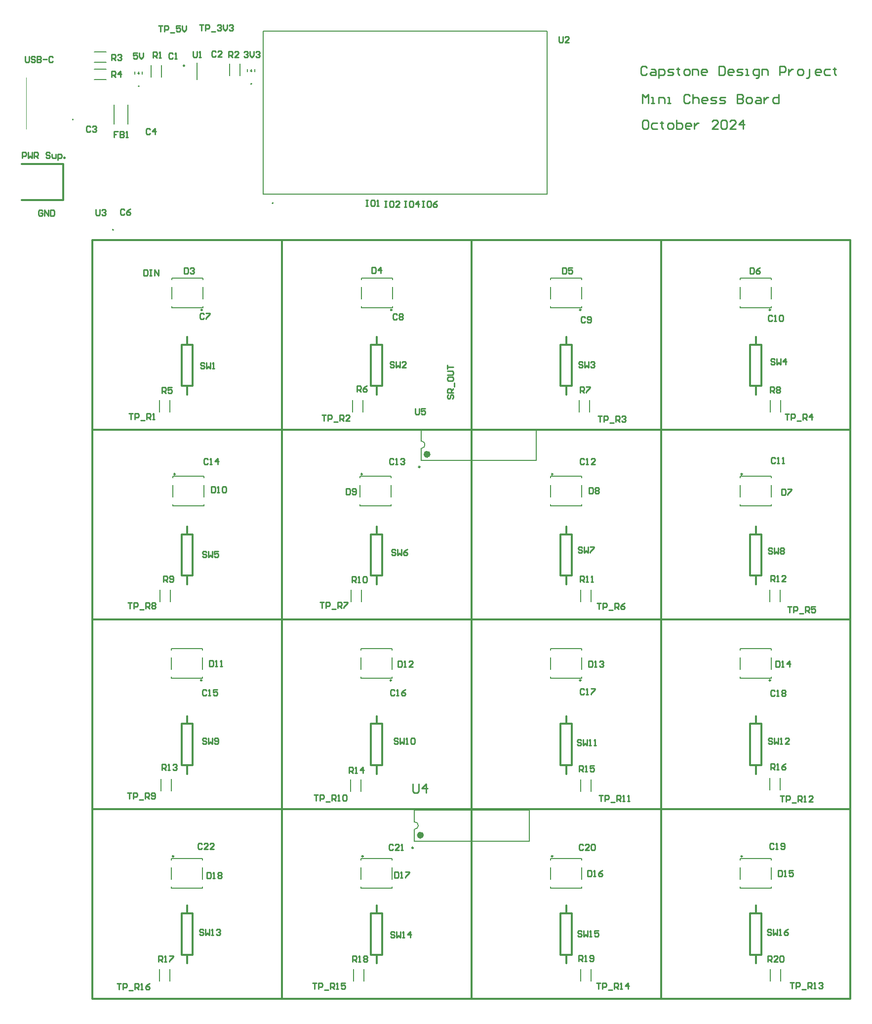
<source format=gbr>
%TF.GenerationSoftware,Altium Limited,Altium Designer,24.7.2 (38)*%
G04 Layer_Color=65535*
%FSLAX45Y45*%
%MOMM*%
%TF.SameCoordinates,74662405-AD21-4814-813C-A76D1C426129*%
%TF.FilePolarity,Positive*%
%TF.FileFunction,Legend,Top*%
%TF.Part,Single*%
G01*
G75*
%TA.AperFunction,NonConductor*%
%ADD35C,0.60000*%
%ADD36C,0.25000*%
%ADD37C,0.20000*%
%ADD38C,0.24000*%
%ADD39C,0.12700*%
%ADD40C,0.10000*%
%ADD41C,0.30000*%
%ADD42C,0.30480*%
%ADD43C,0.25400*%
D35*
X10168600Y9931500D02*
G03*
X10168600Y9931500I-30000J0D01*
G01*
X10054300Y3403700D02*
G03*
X10054300Y3403700I-30000J0D01*
G01*
D36*
X10017100Y9715500D02*
G03*
X10017100Y9715500I-12500J0D01*
G01*
X9902800Y3187700D02*
G03*
X9902800Y3187700I-12500J0D01*
G01*
X5983018Y16592300D02*
G03*
X5983018Y16592300I-12500J0D01*
G01*
D37*
X10038600Y10033000D02*
G03*
X10038600Y10160000I0J63500D01*
G01*
X4055300Y15668581D02*
G03*
X4075300Y15668581I10000J0D01*
G01*
D02*
G03*
X4055300Y15668581I-10000J0D01*
G01*
X7501700Y14236099D02*
G03*
X7501700Y14236099I-10000J0D01*
G01*
X4762980Y13777380D02*
G03*
X4762980Y13777380I-10000J0D01*
G01*
X9924300Y3505200D02*
G03*
X9924300Y3632200I0J63500D01*
G01*
X7134700Y16280000D02*
G03*
X7134700Y16280000I-10000J0D01*
G01*
X5204300Y16241901D02*
G03*
X5204300Y16241901I-10000J0D01*
G01*
X12008600Y9831500D02*
Y10361500D01*
X10038600Y10160000D02*
Y10361500D01*
Y9831500D02*
Y10033000D01*
Y10361500D02*
X12008600D01*
X10038600Y9831500D02*
X12008600D01*
X9924300Y3303700D02*
X11894300D01*
X9924300Y3833700D02*
X11894300D01*
X9924300Y3303700D02*
Y3505200D01*
Y3632200D02*
Y3833700D01*
X11894300Y3303700D02*
Y3833700D01*
X6191082Y16352299D02*
Y16642300D01*
X6190574Y16352299D02*
X6191082D01*
X6190574D02*
Y16642300D01*
X6191082D01*
X5007310Y15595390D02*
Y15926010D01*
X4771690Y15595390D02*
Y15926010D01*
D38*
X6278300Y6057900D02*
G03*
X6278300Y6057900I-12000J0D01*
G01*
X5795700Y3042100D02*
G03*
X5795700Y3042100I-12000J0D01*
G01*
X5819600Y9592100D02*
G03*
X5819600Y9592100I-12000J0D01*
G01*
X9029000D02*
G03*
X9029000Y9592100I-12000J0D01*
G01*
X12295700D02*
G03*
X12295700Y9592100I-12000J0D01*
G01*
X15545700D02*
G03*
X15545700Y9592100I-12000J0D01*
G01*
X9045700Y3042100D02*
G03*
X9045700Y3042100I-12000J0D01*
G01*
X12295700D02*
G03*
X12295700Y3042100I-12000J0D01*
G01*
X15545700D02*
G03*
X15545700Y3042100I-12000J0D01*
G01*
X16028300Y6057900D02*
G03*
X16028300Y6057900I-12000J0D01*
G01*
X12778300D02*
G03*
X12778300Y6057900I-12000J0D01*
G01*
X9528300D02*
G03*
X9528300Y6057900I-12000J0D01*
G01*
X16028300Y12407900D02*
G03*
X16028300Y12407900I-12000J0D01*
G01*
X12778300D02*
G03*
X12778300Y12407900I-12000J0D01*
G01*
X9537000D02*
G03*
X9537000Y12407900I-12000J0D01*
G01*
X6285800D02*
G03*
X6285800Y12407900I-12000J0D01*
G01*
D39*
X5562500Y7405700D02*
Y7605700D01*
X5740500Y7405700D02*
Y7605700D01*
X8839100Y7405700D02*
Y7605700D01*
X9017100Y7405700D02*
Y7605700D01*
X16027299Y10656900D02*
Y10856900D01*
X16205299Y10656900D02*
Y10856900D01*
X8864500Y10656900D02*
Y10856900D01*
X9042500Y10656900D02*
Y10856900D01*
X5549800Y10656900D02*
Y10856900D01*
X5727800Y10656900D02*
Y10856900D01*
X7333200Y17180560D02*
X7333200Y14391100D01*
X7333200Y17181100D02*
X12201700Y17181100D01*
Y14391100D02*
Y17181100D01*
X7333200Y14391100D02*
X12201700Y14391100D01*
X5758300Y6578600D02*
Y6604000D01*
X6291700Y6248400D02*
Y6451600D01*
Y6096000D02*
Y6121400D01*
X5758300Y6096000D02*
X6291700D01*
X5758300D02*
Y6121400D01*
Y6248400D02*
Y6451600D01*
Y6604000D02*
X6291700D01*
Y6578600D02*
Y6604000D01*
X6934300Y16422701D02*
Y16622701D01*
X6756300Y16422701D02*
Y16622701D01*
X5758300Y2496000D02*
Y2521400D01*
Y2496000D02*
X6291700D01*
Y2648400D02*
Y2851600D01*
Y2978600D02*
Y3004000D01*
X5758300D02*
X6291700D01*
X5758300Y2978600D02*
Y3004000D01*
Y2648400D02*
Y2851600D01*
X6291700Y2496000D02*
Y2521400D01*
X5782200Y9046000D02*
Y9071400D01*
Y9046000D02*
X6315600D01*
Y9198400D02*
Y9401600D01*
Y9528600D02*
Y9554000D01*
X5782200D02*
X6315600D01*
X5782200Y9528600D02*
Y9554000D01*
Y9198400D02*
Y9401600D01*
X6315600Y9046000D02*
Y9071400D01*
X8991600Y9046000D02*
Y9071400D01*
Y9046000D02*
X9525000D01*
Y9198400D02*
Y9401600D01*
Y9528600D02*
Y9554000D01*
X8991600D02*
X9525000D01*
X8991600Y9528600D02*
Y9554000D01*
Y9198400D02*
Y9401600D01*
X9525000Y9046000D02*
Y9071400D01*
X12258300Y9046000D02*
Y9071400D01*
Y9046000D02*
X12791700D01*
Y9198400D02*
Y9401600D01*
Y9528600D02*
Y9554000D01*
X12258300D02*
X12791700D01*
X12258300Y9528600D02*
Y9554000D01*
Y9198400D02*
Y9401600D01*
X12791700Y9046000D02*
Y9071400D01*
X15508299Y9046000D02*
Y9071400D01*
Y9046000D02*
X16041701D01*
Y9198400D02*
Y9401600D01*
Y9528600D02*
Y9554000D01*
X15508299D02*
X16041701D01*
X15508299Y9528600D02*
Y9554000D01*
Y9198400D02*
Y9401600D01*
X16041701Y9046000D02*
Y9071400D01*
X9008300Y2496000D02*
Y2521400D01*
Y2496000D02*
X9541700D01*
Y2648400D02*
Y2851600D01*
Y2978600D02*
Y3004000D01*
X9008300D02*
X9541700D01*
X9008300Y2978600D02*
Y3004000D01*
Y2648400D02*
Y2851600D01*
X9541700Y2496000D02*
Y2521400D01*
X12258300Y2496000D02*
Y2521400D01*
Y2496000D02*
X12791700D01*
Y2648400D02*
Y2851600D01*
Y2978600D02*
Y3004000D01*
X12258300D02*
X12791700D01*
X12258300Y2978600D02*
Y3004000D01*
Y2648400D02*
Y2851600D01*
X12791700Y2496000D02*
Y2521400D01*
X15508299Y2496000D02*
Y2521400D01*
Y2496000D02*
X16041701D01*
Y2648400D02*
Y2851600D01*
Y2978600D02*
Y3004000D01*
X15508299D02*
X16041701D01*
X15508299Y2978600D02*
Y3004000D01*
Y2648400D02*
Y2851600D01*
X16041701Y2496000D02*
Y2521400D01*
Y6578600D02*
Y6604000D01*
X15508299D02*
X16041701D01*
X15508299Y6248400D02*
Y6451600D01*
Y6096000D02*
Y6121400D01*
Y6096000D02*
X16041701D01*
Y6121400D01*
Y6248400D02*
Y6451600D01*
X15508299Y6578600D02*
Y6604000D01*
X12791700Y6578600D02*
Y6604000D01*
X12258300D02*
X12791700D01*
X12258300Y6248400D02*
Y6451600D01*
Y6096000D02*
Y6121400D01*
Y6096000D02*
X12791700D01*
Y6121400D01*
Y6248400D02*
Y6451600D01*
X12258300Y6578600D02*
Y6604000D01*
X9541700Y6578600D02*
Y6604000D01*
X9008300D02*
X9541700D01*
X9008300Y6248400D02*
Y6451600D01*
Y6096000D02*
Y6121400D01*
Y6096000D02*
X9541700D01*
Y6121400D01*
Y6248400D02*
Y6451600D01*
X9008300Y6578600D02*
Y6604000D01*
X16041701Y12928600D02*
Y12953999D01*
X15508299D02*
X16041701D01*
X15508299Y12598400D02*
Y12801601D01*
Y12446000D02*
Y12471400D01*
Y12446000D02*
X16041701D01*
Y12471400D01*
Y12598400D02*
Y12801601D01*
X15508299Y12928600D02*
Y12953999D01*
X12791700Y12928600D02*
Y12953999D01*
X12258300D02*
X12791700D01*
X12258300Y12598400D02*
Y12801601D01*
Y12446000D02*
Y12471400D01*
Y12446000D02*
X12791700D01*
Y12471400D01*
Y12598400D02*
Y12801601D01*
X12258300Y12928600D02*
Y12953999D01*
X9550400Y12928600D02*
Y12953999D01*
X9017000D02*
X9550400D01*
X9017000Y12598400D02*
Y12801601D01*
Y12446000D02*
Y12471400D01*
Y12446000D02*
X9550400D01*
Y12471400D01*
Y12598400D02*
Y12801601D01*
X9017000Y12928600D02*
Y12953999D01*
X6299200Y12928600D02*
Y12953999D01*
X5765800D02*
X6299200D01*
X5765800Y12598400D02*
Y12801601D01*
Y12446000D02*
Y12471400D01*
Y12446000D02*
X6299200D01*
Y12471400D01*
Y12598400D02*
Y12801601D01*
X5765800Y12928600D02*
Y12953999D01*
X7062200Y16487000D02*
Y16533000D01*
X7187200Y16487000D02*
Y16533000D01*
X7124700Y16487000D02*
Y16533000D01*
X7106739Y16504961D02*
X7124700Y16487000D01*
X7142661Y16504961D01*
X5131800Y16448900D02*
Y16494901D01*
X5256800Y16448900D02*
Y16494901D01*
X5194300Y16448900D02*
Y16494901D01*
X5176339Y16466861D02*
X5194300Y16448900D01*
X5212261Y16466861D01*
X5410100Y16397301D02*
Y16597301D01*
X5588100Y16397301D02*
Y16597301D01*
X9004400Y4154500D02*
Y4354500D01*
X8826400Y4154500D02*
Y4354500D01*
X5727800Y903300D02*
Y1103300D01*
X5549800Y903300D02*
Y1103300D01*
X9055200Y903300D02*
Y1103300D01*
X8877200Y903300D02*
Y1103300D01*
X12954100Y903300D02*
Y1103300D01*
X12776100Y903300D02*
Y1103300D01*
X12954100Y4154500D02*
Y4354500D01*
X12776100Y4154500D02*
Y4354500D01*
X12954100Y7405700D02*
Y7605700D01*
X12776100Y7405700D02*
Y7605700D01*
X12928700Y10656900D02*
Y10856900D01*
X12750700Y10656900D02*
Y10856900D01*
X16205299Y903300D02*
Y1103300D01*
X16027299Y903300D02*
Y1103300D01*
X4433900Y16535500D02*
X4633900D01*
X4433900Y16357500D02*
X4633900D01*
X4433900Y16827600D02*
X4633900D01*
X4433900Y16649600D02*
X4633900D01*
X16192599Y7405700D02*
Y7605700D01*
X16014600Y7405700D02*
Y7605700D01*
X16192599Y4179900D02*
Y4379900D01*
X16014600Y4179900D02*
Y4379900D01*
X5753200Y4167200D02*
Y4367200D01*
X5575200Y4167200D02*
Y4367200D01*
D40*
X3265300Y15511580D02*
Y16390581D01*
D41*
X10900000Y600000D02*
Y13600000D01*
X14150000Y600000D02*
Y13600000D01*
X12525000Y10954700D02*
Y11099480D01*
Y11810680D02*
Y11945300D01*
X12428480Y11102020D02*
X12618980D01*
X12428480D02*
Y11802020D01*
Y11810680D02*
X12618980D01*
X9178480Y5310680D02*
X9368980D01*
X9178480Y4602020D02*
Y5302020D01*
Y4602020D02*
X9368980D01*
X9275000Y5310680D02*
Y5445300D01*
Y4454700D02*
Y4599480D01*
X12428480Y2060680D02*
X12618980D01*
X12428480Y1352020D02*
Y2052020D01*
Y1352020D02*
X12618980D01*
X12525000Y2060680D02*
Y2195300D01*
Y1204700D02*
Y1349480D01*
X9178480Y2060680D02*
X9368980D01*
X9178480Y1352020D02*
Y2052020D01*
Y1352020D02*
X9368980D01*
X9275000Y2060680D02*
Y2195300D01*
Y1204700D02*
Y1349480D01*
X5928480Y2060680D02*
X6118980D01*
X5928480Y1352020D02*
Y2052020D01*
Y1352020D02*
X6118980D01*
X6025000Y2060680D02*
Y2195300D01*
Y1204700D02*
Y1349480D01*
X4406900Y599999D02*
X17394200Y600000D01*
X15678481Y2060680D02*
X15868980D01*
X15678481Y1352020D02*
Y2052020D01*
Y1352020D02*
X15868980D01*
X15775000Y2060680D02*
Y2195300D01*
Y1204700D02*
Y1349480D01*
X15678481Y5310680D02*
X15868980D01*
X15678481Y4602020D02*
Y5302020D01*
Y4602020D02*
X15868980D01*
X15775000Y5310680D02*
Y5445300D01*
Y4454700D02*
Y4599480D01*
X12428480Y5310680D02*
X12618980D01*
X12428480Y4602020D02*
Y5302020D01*
Y4602020D02*
X12618980D01*
X12525000Y5310680D02*
Y5445300D01*
Y4454700D02*
Y4599480D01*
X5928480Y5310680D02*
X6118980D01*
X5928480Y4602020D02*
Y5302020D01*
Y4602020D02*
X6118980D01*
X6025000Y5310680D02*
Y5445300D01*
Y4454700D02*
Y4599480D01*
X5928480Y8560680D02*
X6118980D01*
X5928480Y7852020D02*
Y8552020D01*
Y7852020D02*
X6118980D01*
X6025000Y8560680D02*
Y8695300D01*
Y7704700D02*
Y7849480D01*
X9178480Y8560680D02*
X9368980D01*
X9178480Y7852020D02*
Y8552020D01*
Y7852020D02*
X9368980D01*
X9275000Y8560680D02*
Y8695300D01*
Y7704700D02*
Y7849480D01*
X12428480Y8560680D02*
X12618980D01*
X12428480Y7852020D02*
Y8552020D01*
Y7852020D02*
X12618980D01*
X12525000Y8560680D02*
Y8695300D01*
Y7704700D02*
Y7849480D01*
X15678481Y8560680D02*
X15868980D01*
X15678481Y7852020D02*
Y8552020D01*
Y7852020D02*
X15868980D01*
X15775000Y8560680D02*
Y8695300D01*
Y7704700D02*
Y7849480D01*
X15678481Y11810680D02*
X15868980D01*
X15678481Y11102020D02*
Y11802020D01*
Y11102020D02*
X15868980D01*
X15775000Y11810680D02*
Y11945300D01*
Y10954700D02*
Y11099480D01*
X9178480Y11810680D02*
X9368980D01*
X9178480Y11102020D02*
Y11802020D01*
Y11102020D02*
X9368980D01*
X9275000Y11810680D02*
Y11945300D01*
Y10954700D02*
Y11099480D01*
X5928480Y11810680D02*
X6118980D01*
X5928480Y11102020D02*
Y11802020D01*
Y11102020D02*
X6118980D01*
X6025000Y11810680D02*
Y11945300D01*
Y10954700D02*
Y11099480D01*
X4400000Y600000D02*
Y13600000D01*
X4406900Y13599998D02*
X17394183Y13600000D01*
X3187700Y14287500D02*
X3887700D01*
X3187700Y14909801D02*
X3898900D01*
Y14287500D02*
Y14909801D01*
X4406900Y3849999D02*
X17389999Y3850000D01*
X4406900Y10349999D02*
X17389999Y10350000D01*
X4406900Y7099999D02*
X17389999Y7100000D01*
X17400000Y600000D02*
Y13600000D01*
X7650000Y600000D02*
Y13600000D01*
D42*
X12618980Y11102020D02*
Y11802020D01*
X9368980Y4602020D02*
Y5302020D01*
X12618980Y1352020D02*
Y2052020D01*
X9368980Y1352020D02*
Y2052020D01*
X6118980Y1352020D02*
Y2052020D01*
X15868980Y1352020D02*
Y2052020D01*
Y4602020D02*
Y5302020D01*
X12618980Y4602020D02*
Y5302020D01*
X6118980Y4602020D02*
Y5302020D01*
Y7852020D02*
Y8552020D01*
X9368980Y7852020D02*
Y8552020D01*
X12618980Y7852020D02*
Y8552020D01*
X15868980Y7852020D02*
Y8552020D01*
Y11102020D02*
Y11802020D01*
X9368980Y11102020D02*
Y11802020D01*
X6118980Y11102020D02*
Y11802020D01*
D43*
X13903928Y16560742D02*
X13878535Y16586134D01*
X13827753D01*
X13802361Y16560742D01*
Y16459175D01*
X13827753Y16433783D01*
X13878535D01*
X13903928Y16459175D01*
X13980103Y16535352D02*
X14030885D01*
X14056277Y16509959D01*
Y16433783D01*
X13980103D01*
X13954710Y16459175D01*
X13980103Y16484567D01*
X14056277D01*
X14107060Y16383000D02*
Y16535352D01*
X14183237D01*
X14208629Y16509959D01*
Y16459175D01*
X14183237Y16433783D01*
X14107060D01*
X14259412D02*
X14335588D01*
X14360979Y16459175D01*
X14335588Y16484567D01*
X14284804D01*
X14259412Y16509959D01*
X14284804Y16535352D01*
X14360979D01*
X14437155Y16560742D02*
Y16535352D01*
X14411763D01*
X14462546D01*
X14437155D01*
Y16459175D01*
X14462546Y16433783D01*
X14564114D02*
X14614897D01*
X14640289Y16459175D01*
Y16509959D01*
X14614897Y16535352D01*
X14564114D01*
X14538722Y16509959D01*
Y16459175D01*
X14564114Y16433783D01*
X14691072D02*
Y16535352D01*
X14767249D01*
X14792641Y16509959D01*
Y16433783D01*
X14919598D02*
X14868816D01*
X14843423Y16459175D01*
Y16509959D01*
X14868816Y16535352D01*
X14919598D01*
X14944991Y16509959D01*
Y16484567D01*
X14843423D01*
X15148125Y16586134D02*
Y16433783D01*
X15224300D01*
X15249692Y16459175D01*
Y16560742D01*
X15224300Y16586134D01*
X15148125D01*
X15376651Y16433783D02*
X15325867D01*
X15300475Y16459175D01*
Y16509959D01*
X15325867Y16535352D01*
X15376651D01*
X15402043Y16509959D01*
Y16484567D01*
X15300475D01*
X15452826Y16433783D02*
X15529001D01*
X15554393Y16459175D01*
X15529001Y16484567D01*
X15478218D01*
X15452826Y16509959D01*
X15478218Y16535352D01*
X15554393D01*
X15605177Y16433783D02*
X15655960D01*
X15630569D01*
Y16535352D01*
X15605177D01*
X15782919Y16383000D02*
X15808311D01*
X15833704Y16408392D01*
Y16535352D01*
X15757529D01*
X15732137Y16509959D01*
Y16459175D01*
X15757529Y16433783D01*
X15833704D01*
X15884486D02*
Y16535352D01*
X15960661D01*
X15986053Y16509959D01*
Y16433783D01*
X16189188D02*
Y16586134D01*
X16265363D01*
X16290755Y16560742D01*
Y16509959D01*
X16265363Y16484567D01*
X16189188D01*
X16341539Y16535352D02*
Y16433783D01*
Y16484567D01*
X16366930Y16509959D01*
X16392322Y16535352D01*
X16417714D01*
X16519281Y16433783D02*
X16570065D01*
X16595457Y16459175D01*
Y16509959D01*
X16570065Y16535352D01*
X16519281D01*
X16493889Y16509959D01*
Y16459175D01*
X16519281Y16433783D01*
X16646240Y16383000D02*
X16671632D01*
X16697025Y16408392D01*
Y16535352D01*
X16874767Y16433783D02*
X16823982D01*
X16798592Y16459175D01*
Y16509959D01*
X16823982Y16535352D01*
X16874767D01*
X16900159Y16509959D01*
Y16484567D01*
X16798592D01*
X17052509Y16535352D02*
X16976334D01*
X16950941Y16509959D01*
Y16459175D01*
X16976334Y16433783D01*
X17052509D01*
X17128683Y16560742D02*
Y16535352D01*
X17103291D01*
X17154076D01*
X17128683D01*
Y16459175D01*
X17154076Y16433783D01*
X4820920Y863567D02*
X4888631D01*
X4854776D01*
Y762000D01*
X4922487D02*
Y863567D01*
X4973271D01*
X4990199Y846639D01*
Y812783D01*
X4973271Y795856D01*
X4922487D01*
X5024054Y745072D02*
X5091766D01*
X5125622Y762000D02*
Y863567D01*
X5176405D01*
X5193333Y846639D01*
Y812783D01*
X5176405Y795856D01*
X5125622D01*
X5159477D02*
X5193333Y762000D01*
X5227189D02*
X5261045D01*
X5244117D01*
Y863567D01*
X5227189Y846639D01*
X5379540Y863567D02*
X5345684Y846639D01*
X5311828Y812783D01*
Y778928D01*
X5328756Y762000D01*
X5362612D01*
X5379540Y778928D01*
Y795856D01*
X5362612Y812783D01*
X5311828D01*
X8178800Y873727D02*
X8246511D01*
X8212656D01*
Y772160D01*
X8280367D02*
Y873727D01*
X8331151D01*
X8348079Y856799D01*
Y822943D01*
X8331151Y806016D01*
X8280367D01*
X8381934Y755232D02*
X8449646D01*
X8483502Y772160D02*
Y873727D01*
X8534285D01*
X8551213Y856799D01*
Y822943D01*
X8534285Y806016D01*
X8483502D01*
X8517357D02*
X8551213Y772160D01*
X8585069D02*
X8618925D01*
X8601997D01*
Y873727D01*
X8585069Y856799D01*
X8737420Y873727D02*
X8669708D01*
Y822943D01*
X8703564Y839871D01*
X8720492D01*
X8737420Y822943D01*
Y789088D01*
X8720492Y772160D01*
X8686636D01*
X8669708Y789088D01*
X13045441Y873727D02*
X13113152D01*
X13079295D01*
Y772160D01*
X13147008D02*
Y873727D01*
X13197791D01*
X13214719Y856799D01*
Y822943D01*
X13197791Y806016D01*
X13147008D01*
X13248573Y755232D02*
X13316286D01*
X13350142Y772160D02*
Y873727D01*
X13400925D01*
X13417853Y856799D01*
Y822943D01*
X13400925Y806016D01*
X13350142D01*
X13383997D02*
X13417853Y772160D01*
X13451709D02*
X13485565D01*
X13468637D01*
Y873727D01*
X13451709Y856799D01*
X13587132Y772160D02*
Y873727D01*
X13536348Y822943D01*
X13604060D01*
X16362680Y881347D02*
X16430391D01*
X16396536D01*
Y779780D01*
X16464247D02*
Y881347D01*
X16515031D01*
X16531960Y864419D01*
Y830563D01*
X16515031Y813636D01*
X16464247D01*
X16565814Y762852D02*
X16633527D01*
X16667381Y779780D02*
Y881347D01*
X16718166D01*
X16735094Y864419D01*
Y830563D01*
X16718166Y813636D01*
X16667381D01*
X16701237D02*
X16735094Y779780D01*
X16768948D02*
X16802805D01*
X16785876D01*
Y881347D01*
X16768948Y864419D01*
X16853587D02*
X16870515Y881347D01*
X16904372D01*
X16921300Y864419D01*
Y847491D01*
X16904372Y830563D01*
X16887444D01*
X16904372D01*
X16921300Y813636D01*
Y796708D01*
X16904372Y779780D01*
X16870515D01*
X16853587Y796708D01*
X16189960Y4076667D02*
X16257671D01*
X16223816D01*
Y3975100D01*
X16291527D02*
Y4076667D01*
X16342311D01*
X16359239Y4059739D01*
Y4025883D01*
X16342311Y4008956D01*
X16291527D01*
X16393094Y3958172D02*
X16460806D01*
X16494662Y3975100D02*
Y4076667D01*
X16545445D01*
X16562373Y4059739D01*
Y4025883D01*
X16545445Y4008956D01*
X16494662D01*
X16528517D02*
X16562373Y3975100D01*
X16596230D02*
X16630086D01*
X16613158D01*
Y4076667D01*
X16596230Y4059739D01*
X16748579Y3975100D02*
X16680869D01*
X16748579Y4042811D01*
Y4059739D01*
X16731651Y4076667D01*
X16697797D01*
X16680869Y4059739D01*
X13088620Y4089367D02*
X13156331D01*
X13122476D01*
Y3987800D01*
X13190187D02*
Y4089367D01*
X13240971D01*
X13257899Y4072439D01*
Y4038583D01*
X13240971Y4021656D01*
X13190187D01*
X13291754Y3970872D02*
X13359467D01*
X13393323Y3987800D02*
Y4089367D01*
X13444106D01*
X13461034Y4072439D01*
Y4038583D01*
X13444106Y4021656D01*
X13393323D01*
X13427177D02*
X13461034Y3987800D01*
X13494888D02*
X13528745D01*
X13511816D01*
Y4089367D01*
X13494888Y4072439D01*
X13579527Y3987800D02*
X13613383D01*
X13596455D01*
Y4089367D01*
X13579527Y4072439D01*
X8204200Y4099527D02*
X8271911D01*
X8238056D01*
Y3997960D01*
X8305767D02*
Y4099527D01*
X8356551D01*
X8373479Y4082599D01*
Y4048743D01*
X8356551Y4031816D01*
X8305767D01*
X8407334Y3981032D02*
X8475046D01*
X8508902Y3997960D02*
Y4099527D01*
X8559685D01*
X8576613Y4082599D01*
Y4048743D01*
X8559685Y4031816D01*
X8508902D01*
X8542757D02*
X8576613Y3997960D01*
X8610469D02*
X8644325D01*
X8627397D01*
Y4099527D01*
X8610469Y4082599D01*
X8695108D02*
X8712036Y4099527D01*
X8745892D01*
X8762820Y4082599D01*
Y4014888D01*
X8745892Y3997960D01*
X8712036D01*
X8695108Y4014888D01*
Y4082599D01*
X5003800Y4127467D02*
X5071511D01*
X5037656D01*
Y4025900D01*
X5105367D02*
Y4127467D01*
X5156151D01*
X5173079Y4110539D01*
Y4076683D01*
X5156151Y4059756D01*
X5105367D01*
X5206934Y4008972D02*
X5274646D01*
X5308502Y4025900D02*
Y4127467D01*
X5359285D01*
X5376213Y4110539D01*
Y4076683D01*
X5359285Y4059756D01*
X5308502D01*
X5342357D02*
X5376213Y4025900D01*
X5410069Y4042828D02*
X5426997Y4025900D01*
X5460852D01*
X5477780Y4042828D01*
Y4110539D01*
X5460852Y4127467D01*
X5426997D01*
X5410069Y4110539D01*
Y4093611D01*
X5426997Y4076683D01*
X5477780D01*
X5011420Y7386287D02*
X5079131D01*
X5045276D01*
Y7284720D01*
X5112987D02*
Y7386287D01*
X5163771D01*
X5180699Y7369359D01*
Y7335503D01*
X5163771Y7318576D01*
X5112987D01*
X5214554Y7267792D02*
X5282266D01*
X5316122Y7284720D02*
Y7386287D01*
X5366905D01*
X5383833Y7369359D01*
Y7335503D01*
X5366905Y7318576D01*
X5316122D01*
X5349977D02*
X5383833Y7284720D01*
X5417689Y7369359D02*
X5434617Y7386287D01*
X5468472D01*
X5485400Y7369359D01*
Y7352431D01*
X5468472Y7335503D01*
X5485400Y7318576D01*
Y7301648D01*
X5468472Y7284720D01*
X5434617D01*
X5417689Y7301648D01*
Y7318576D01*
X5434617Y7335503D01*
X5417689Y7352431D01*
Y7369359D01*
X5434617Y7335503D02*
X5468472D01*
X8300720Y7393907D02*
X8368431D01*
X8334576D01*
Y7292340D01*
X8402287D02*
Y7393907D01*
X8453071D01*
X8469999Y7376979D01*
Y7343123D01*
X8453071Y7326196D01*
X8402287D01*
X8503854Y7275412D02*
X8571566D01*
X8605422Y7292340D02*
Y7393907D01*
X8656205D01*
X8673133Y7376979D01*
Y7343123D01*
X8656205Y7326196D01*
X8605422D01*
X8639277D02*
X8673133Y7292340D01*
X8706989Y7393907D02*
X8774700D01*
Y7376979D01*
X8706989Y7309268D01*
Y7292340D01*
X13050520Y7380355D02*
X13118231D01*
X13084377D01*
Y7278788D01*
X13152087D02*
Y7380355D01*
X13202872D01*
X13219798Y7363427D01*
Y7329571D01*
X13202872Y7312643D01*
X13152087D01*
X13253654Y7261860D02*
X13321365D01*
X13355222Y7278788D02*
Y7380355D01*
X13406004D01*
X13422932Y7363427D01*
Y7329571D01*
X13406004Y7312643D01*
X13355222D01*
X13389078D02*
X13422932Y7278788D01*
X13524500Y7380355D02*
X13490645Y7363427D01*
X13456789Y7329571D01*
Y7295716D01*
X13473717Y7278788D01*
X13507571D01*
X13524500Y7295716D01*
Y7312643D01*
X13507571Y7329571D01*
X13456789D01*
X16324580Y7321935D02*
X16392291D01*
X16358437D01*
Y7220368D01*
X16426147D02*
Y7321935D01*
X16476932D01*
X16493858Y7305007D01*
Y7271151D01*
X16476932Y7254223D01*
X16426147D01*
X16527715Y7203440D02*
X16595425D01*
X16629282Y7220368D02*
Y7321935D01*
X16680064D01*
X16696992Y7305007D01*
Y7271151D01*
X16680064Y7254223D01*
X16629282D01*
X16663136D02*
X16696992Y7220368D01*
X16798560Y7321935D02*
X16730849D01*
Y7271151D01*
X16764705Y7288079D01*
X16781631D01*
X16798560Y7271151D01*
Y7237296D01*
X16781631Y7220368D01*
X16747777D01*
X16730849Y7237296D01*
X16276320Y10621395D02*
X16344031D01*
X16310176D01*
Y10519828D01*
X16377887D02*
Y10621395D01*
X16428671D01*
X16445599Y10604467D01*
Y10570611D01*
X16428671Y10553683D01*
X16377887D01*
X16479454Y10502900D02*
X16547166D01*
X16581023Y10519828D02*
Y10621395D01*
X16631805D01*
X16648734Y10604467D01*
Y10570611D01*
X16631805Y10553683D01*
X16581023D01*
X16614877D02*
X16648734Y10519828D01*
X16733372D02*
Y10621395D01*
X16682590Y10570611D01*
X16750301D01*
X13070840Y10590915D02*
X13138551D01*
X13104697D01*
Y10489348D01*
X13172408D02*
Y10590915D01*
X13223190D01*
X13240118Y10573987D01*
Y10540131D01*
X13223190Y10523203D01*
X13172408D01*
X13273975Y10472420D02*
X13341685D01*
X13375542Y10489348D02*
Y10590915D01*
X13426324D01*
X13443253Y10573987D01*
Y10540131D01*
X13426324Y10523203D01*
X13375542D01*
X13409396D02*
X13443253Y10489348D01*
X13477109Y10573987D02*
X13494037Y10590915D01*
X13527892D01*
X13544820Y10573987D01*
Y10557059D01*
X13527892Y10540131D01*
X13510965D01*
X13527892D01*
X13544820Y10523203D01*
Y10506276D01*
X13527892Y10489348D01*
X13494037D01*
X13477109Y10506276D01*
X8338820Y10608695D02*
X8406531D01*
X8372676D01*
Y10507128D01*
X8440387D02*
Y10608695D01*
X8491171D01*
X8508099Y10591767D01*
Y10557911D01*
X8491171Y10540983D01*
X8440387D01*
X8541954Y10490200D02*
X8609666D01*
X8643522Y10507128D02*
Y10608695D01*
X8694305D01*
X8711233Y10591767D01*
Y10557911D01*
X8694305Y10540983D01*
X8643522D01*
X8677377D02*
X8711233Y10507128D01*
X8812800D02*
X8745089D01*
X8812800Y10574839D01*
Y10591767D01*
X8795872Y10608695D01*
X8762017D01*
X8745089Y10591767D01*
X5024120Y10629015D02*
X5091831D01*
X5057976D01*
Y10527448D01*
X5125687D02*
Y10629015D01*
X5176471D01*
X5193399Y10612087D01*
Y10578231D01*
X5176471Y10561303D01*
X5125687D01*
X5227254Y10510520D02*
X5294966D01*
X5328822Y10527448D02*
Y10629015D01*
X5379605D01*
X5396533Y10612087D01*
Y10578231D01*
X5379605Y10561303D01*
X5328822D01*
X5362677D02*
X5396533Y10527448D01*
X5430389D02*
X5464245D01*
X5447317D01*
Y10629015D01*
X5430389Y10612087D01*
X3246120Y16751266D02*
Y16666628D01*
X3263048Y16649699D01*
X3296903D01*
X3313831Y16666628D01*
Y16751266D01*
X3415399Y16734338D02*
X3398471Y16751266D01*
X3364615D01*
X3347687Y16734338D01*
Y16717410D01*
X3364615Y16700484D01*
X3398471D01*
X3415399Y16683556D01*
Y16666628D01*
X3398471Y16649699D01*
X3364615D01*
X3347687Y16666628D01*
X3449254Y16751266D02*
Y16649699D01*
X3500038D01*
X3516966Y16666628D01*
Y16683556D01*
X3500038Y16700484D01*
X3449254D01*
X3500038D01*
X3516966Y16717410D01*
Y16734338D01*
X3500038Y16751266D01*
X3449254D01*
X3550822Y16700484D02*
X3618533D01*
X3720100Y16734338D02*
X3703172Y16751266D01*
X3669317D01*
X3652389Y16734338D01*
Y16666628D01*
X3669317Y16649699D01*
X3703172D01*
X3720100Y16666628D01*
X5532120Y17281274D02*
X5599831D01*
X5565976D01*
Y17179707D01*
X5633687D02*
Y17281274D01*
X5684471D01*
X5701399Y17264346D01*
Y17230492D01*
X5684471Y17213564D01*
X5633687D01*
X5735254Y17162781D02*
X5802966D01*
X5904533Y17281274D02*
X5836822D01*
Y17230492D01*
X5870677Y17247420D01*
X5887605D01*
X5904533Y17230492D01*
Y17196635D01*
X5887605Y17179707D01*
X5853750D01*
X5836822Y17196635D01*
X5938389Y17281274D02*
Y17213564D01*
X5972245Y17179707D01*
X6006100Y17213564D01*
Y17281274D01*
X6235700Y17291435D02*
X6303411D01*
X6269556D01*
Y17189868D01*
X6337267D02*
Y17291435D01*
X6388051D01*
X6404979Y17274507D01*
Y17240651D01*
X6388051Y17223723D01*
X6337267D01*
X6438834Y17172940D02*
X6506546D01*
X6540402Y17274507D02*
X6557330Y17291435D01*
X6591185D01*
X6608113Y17274507D01*
Y17257579D01*
X6591185Y17240651D01*
X6574257D01*
X6591185D01*
X6608113Y17223723D01*
Y17206796D01*
X6591185Y17189868D01*
X6557330D01*
X6540402Y17206796D01*
X6641969Y17291435D02*
Y17223723D01*
X6675825Y17189868D01*
X6709680Y17223723D01*
Y17291435D01*
X6743536Y17274507D02*
X6760464Y17291435D01*
X6794320D01*
X6811247Y17274507D01*
Y17257579D01*
X6794320Y17240651D01*
X6777392D01*
X6794320D01*
X6811247Y17223723D01*
Y17206796D01*
X6794320Y17189868D01*
X6760464D01*
X6743536Y17206796D01*
X10508013Y10954151D02*
X10491085Y10937223D01*
Y10903368D01*
X10508013Y10886440D01*
X10524941D01*
X10541868Y10903368D01*
Y10937223D01*
X10558796Y10954151D01*
X10575724D01*
X10592652Y10937223D01*
Y10903368D01*
X10575724Y10886440D01*
X10592652Y10988007D02*
X10491085D01*
Y11038790D01*
X10508013Y11055718D01*
X10541868D01*
X10558796Y11038790D01*
Y10988007D01*
Y11021863D02*
X10592652Y11055718D01*
X10609580Y11089574D02*
Y11157286D01*
X10491085Y11241925D02*
Y11208069D01*
X10508013Y11191141D01*
X10575724D01*
X10592652Y11208069D01*
Y11241925D01*
X10575724Y11258853D01*
X10508013D01*
X10491085Y11241925D01*
Y11292709D02*
X10575724D01*
X10592652Y11309637D01*
Y11343492D01*
X10575724Y11360420D01*
X10491085D01*
Y11394276D02*
Y11461987D01*
Y11428132D01*
X10592652D01*
X5283200Y13093668D02*
Y12992101D01*
X5333983D01*
X5350911Y13009029D01*
Y13076740D01*
X5333983Y13093668D01*
X5283200D01*
X5384767D02*
X5418623D01*
X5401695D01*
Y12992101D01*
X5384767D01*
X5418623D01*
X5469407D02*
Y13093668D01*
X5537118Y12992101D01*
Y13093668D01*
X6997700Y16823239D02*
X7014628Y16840167D01*
X7048483D01*
X7065411Y16823239D01*
Y16806311D01*
X7048483Y16789383D01*
X7031556D01*
X7048483D01*
X7065411Y16772456D01*
Y16755528D01*
X7048483Y16738600D01*
X7014628D01*
X6997700Y16755528D01*
X7099267Y16840167D02*
Y16772456D01*
X7133123Y16738600D01*
X7166979Y16772456D01*
Y16840167D01*
X7200834Y16823239D02*
X7217762Y16840167D01*
X7251618D01*
X7268546Y16823239D01*
Y16806311D01*
X7251618Y16789383D01*
X7234690D01*
X7251618D01*
X7268546Y16772456D01*
Y16755528D01*
X7251618Y16738600D01*
X7217762D01*
X7200834Y16755528D01*
X5173111Y16814767D02*
X5105400D01*
Y16763983D01*
X5139256Y16780911D01*
X5156183D01*
X5173111Y16763983D01*
Y16730128D01*
X5156183Y16713200D01*
X5122328D01*
X5105400Y16730128D01*
X5206967Y16814767D02*
Y16747057D01*
X5240823Y16713200D01*
X5274679Y16747057D01*
Y16814767D01*
X13906474Y15659052D02*
X13855692D01*
X13830299Y15633659D01*
Y15532092D01*
X13855692Y15506700D01*
X13906474D01*
X13931866Y15532092D01*
Y15633659D01*
X13906474Y15659052D01*
X14084218Y15608267D02*
X14008043D01*
X13982651Y15582875D01*
Y15532092D01*
X14008043Y15506700D01*
X14084218D01*
X14160393Y15633659D02*
Y15608267D01*
X14135001D01*
X14185785D01*
X14160393D01*
Y15532092D01*
X14185785Y15506700D01*
X14287352D02*
X14338136D01*
X14363528Y15532092D01*
Y15582875D01*
X14338136Y15608267D01*
X14287352D01*
X14261960Y15582875D01*
Y15532092D01*
X14287352Y15506700D01*
X14414311Y15659052D02*
Y15506700D01*
X14490486D01*
X14515878Y15532092D01*
Y15557483D01*
Y15582875D01*
X14490486Y15608267D01*
X14414311D01*
X14642838Y15506700D02*
X14592055D01*
X14566663Y15532092D01*
Y15582875D01*
X14592055Y15608267D01*
X14642838D01*
X14668230Y15582875D01*
Y15557483D01*
X14566663D01*
X14719012Y15608267D02*
Y15506700D01*
Y15557483D01*
X14744405Y15582875D01*
X14769797Y15608267D01*
X14795187D01*
X15125281Y15506700D02*
X15023714D01*
X15125281Y15608267D01*
Y15633659D01*
X15099889Y15659052D01*
X15049106D01*
X15023714Y15633659D01*
X15176065D02*
X15201457Y15659052D01*
X15252240D01*
X15277632Y15633659D01*
Y15532092D01*
X15252240Y15506700D01*
X15201457D01*
X15176065Y15532092D01*
Y15633659D01*
X15429984Y15506700D02*
X15328415D01*
X15429984Y15608267D01*
Y15633659D01*
X15404591Y15659052D01*
X15353807D01*
X15328415Y15633659D01*
X15556941Y15506700D02*
Y15659052D01*
X15480766Y15582875D01*
X15582333D01*
X13830299Y15951199D02*
Y16103551D01*
X13881084Y16052766D01*
X13931866Y16103551D01*
Y15951199D01*
X13982651D02*
X14033434D01*
X14008043D01*
Y16052766D01*
X13982651D01*
X14109610Y15951199D02*
Y16052766D01*
X14185785D01*
X14211177Y16027374D01*
Y15951199D01*
X14261960D02*
X14312744D01*
X14287352D01*
Y16052766D01*
X14261960D01*
X14642838Y16078159D02*
X14617445Y16103551D01*
X14566663D01*
X14541270Y16078159D01*
Y15976591D01*
X14566663Y15951199D01*
X14617445D01*
X14642838Y15976591D01*
X14693620Y16103551D02*
Y15951199D01*
Y16027374D01*
X14719012Y16052766D01*
X14769797D01*
X14795187Y16027374D01*
Y15951199D01*
X14922147D02*
X14871362D01*
X14845972Y15976591D01*
Y16027374D01*
X14871362Y16052766D01*
X14922147D01*
X14947539Y16027374D01*
Y16001984D01*
X14845972D01*
X14998322Y15951199D02*
X15074496D01*
X15099889Y15976591D01*
X15074496Y16001984D01*
X15023714D01*
X14998322Y16027374D01*
X15023714Y16052766D01*
X15099889D01*
X15150673Y15951199D02*
X15226848D01*
X15252240Y15976591D01*
X15226848Y16001984D01*
X15176065D01*
X15150673Y16027374D01*
X15176065Y16052766D01*
X15252240D01*
X15455374Y16103551D02*
Y15951199D01*
X15531551D01*
X15556941Y15976591D01*
Y16001984D01*
X15531551Y16027374D01*
X15455374D01*
X15531551D01*
X15556941Y16052766D01*
Y16078159D01*
X15531551Y16103551D01*
X15455374D01*
X15633118Y15951199D02*
X15683900D01*
X15709293Y15976591D01*
Y16027374D01*
X15683900Y16052766D01*
X15633118D01*
X15607726Y16027374D01*
Y15976591D01*
X15633118Y15951199D01*
X15785468Y16052766D02*
X15836250D01*
X15861642Y16027374D01*
Y15951199D01*
X15785468D01*
X15760075Y15976591D01*
X15785468Y16001984D01*
X15861642D01*
X15912427Y16052766D02*
Y15951199D01*
Y16001984D01*
X15937817Y16027374D01*
X15963210Y16052766D01*
X15988602D01*
X16166344Y16103551D02*
Y15951199D01*
X16090169D01*
X16064777Y15976591D01*
Y16027374D01*
X16090169Y16052766D01*
X16166344D01*
X3547511Y14105440D02*
X3530583Y14122366D01*
X3496728D01*
X3479800Y14105440D01*
Y14037727D01*
X3496728Y14020799D01*
X3530583D01*
X3547511Y14037727D01*
Y14071584D01*
X3513656D01*
X3581367Y14020799D02*
Y14122366D01*
X3649079Y14020799D01*
Y14122366D01*
X3682934D02*
Y14020799D01*
X3733718D01*
X3750646Y14037727D01*
Y14105440D01*
X3733718Y14122366D01*
X3682934D01*
X3200400Y15007156D02*
Y15108723D01*
X3251183D01*
X3268111Y15091795D01*
Y15057939D01*
X3251183Y15041011D01*
X3200400D01*
X3301967Y15108723D02*
Y15007156D01*
X3335823Y15041011D01*
X3369679Y15007156D01*
Y15108723D01*
X3403534Y15007156D02*
Y15108723D01*
X3454318D01*
X3471246Y15091795D01*
Y15057939D01*
X3454318Y15041011D01*
X3403534D01*
X3437390D02*
X3471246Y15007156D01*
X3674380Y15091795D02*
X3657452Y15108723D01*
X3623597D01*
X3606669Y15091795D01*
Y15074867D01*
X3623597Y15057939D01*
X3657452D01*
X3674380Y15041011D01*
Y15024083D01*
X3657452Y15007156D01*
X3623597D01*
X3606669Y15024083D01*
X3708236Y15074867D02*
Y15024083D01*
X3725164Y15007156D01*
X3775947D01*
Y15074867D01*
X3809803Y14973300D02*
Y15074867D01*
X3860587D01*
X3877515Y15057939D01*
Y15024083D01*
X3860587Y15007156D01*
X3809803D01*
X3911371D02*
Y15024083D01*
X3928298D01*
Y15007156D01*
X3911371D01*
X4461961Y14127464D02*
Y14042824D01*
X4478889Y14025897D01*
X4512744D01*
X4529672Y14042824D01*
Y14127464D01*
X4563528Y14110536D02*
X4580456Y14127464D01*
X4614312D01*
X4631239Y14110536D01*
Y14093608D01*
X4614312Y14076680D01*
X4597384D01*
X4614312D01*
X4631239Y14059752D01*
Y14042824D01*
X4614312Y14025897D01*
X4580456D01*
X4563528Y14042824D01*
X9935661Y10718784D02*
Y10634144D01*
X9952589Y10617217D01*
X9986444D01*
X10003372Y10634144D01*
Y10718784D01*
X10104939D02*
X10037228D01*
Y10668000D01*
X10071084Y10684928D01*
X10088012D01*
X10104939Y10668000D01*
Y10634144D01*
X10088012Y10617217D01*
X10054156D01*
X10037228Y10634144D01*
X9890760Y4284931D02*
Y4157972D01*
X9916152Y4132580D01*
X9966935D01*
X9992327Y4157972D01*
Y4284931D01*
X10119286Y4132580D02*
Y4284931D01*
X10043111Y4208755D01*
X10144678D01*
X12399461Y17094183D02*
Y17009544D01*
X12416389Y16992616D01*
X12450244D01*
X12467172Y17009544D01*
Y17094183D01*
X12568739Y16992616D02*
X12501028D01*
X12568739Y17060329D01*
Y17077255D01*
X12551812Y17094183D01*
X12517956D01*
X12501028Y17077255D01*
X6129889Y16840184D02*
Y16755544D01*
X6146817Y16738617D01*
X6180672D01*
X6197600Y16755544D01*
Y16840184D01*
X6231456Y16738617D02*
X6265312D01*
X6248384D01*
Y16840184D01*
X6231456Y16823256D01*
X16044370Y1773756D02*
X16027441Y1790684D01*
X15993585D01*
X15976657Y1773756D01*
Y1756828D01*
X15993585Y1739900D01*
X16027441D01*
X16044370Y1722972D01*
Y1706044D01*
X16027441Y1689117D01*
X15993585D01*
X15976657Y1706044D01*
X16078226Y1790684D02*
Y1689117D01*
X16112080Y1722972D01*
X16145937Y1689117D01*
Y1790684D01*
X16179791Y1689117D02*
X16213647D01*
X16196719D01*
Y1790684D01*
X16179791Y1773756D01*
X16332143Y1790684D02*
X16298286Y1773756D01*
X16264432Y1739900D01*
Y1706044D01*
X16281358Y1689117D01*
X16315215D01*
X16332143Y1706044D01*
Y1722972D01*
X16315215Y1739900D01*
X16264432D01*
X12793169Y1748356D02*
X12776241Y1765284D01*
X12742385D01*
X12725457Y1748356D01*
Y1731428D01*
X12742385Y1714500D01*
X12776241D01*
X12793169Y1697572D01*
Y1680644D01*
X12776241Y1663717D01*
X12742385D01*
X12725457Y1680644D01*
X12827025Y1765284D02*
Y1663717D01*
X12860880Y1697572D01*
X12894736Y1663717D01*
Y1765284D01*
X12928592Y1663717D02*
X12962448D01*
X12945520D01*
Y1765284D01*
X12928592Y1748356D01*
X13080943Y1765284D02*
X13013231D01*
Y1714500D01*
X13047087Y1731428D01*
X13064015D01*
X13080943Y1714500D01*
Y1680644D01*
X13064015Y1663717D01*
X13030159D01*
X13013231Y1680644D01*
X9580069Y1735656D02*
X9563141Y1752584D01*
X9529285D01*
X9512357Y1735656D01*
Y1718728D01*
X9529285Y1701800D01*
X9563141D01*
X9580069Y1684872D01*
Y1667944D01*
X9563141Y1651017D01*
X9529285D01*
X9512357Y1667944D01*
X9613925Y1752584D02*
Y1651017D01*
X9647780Y1684872D01*
X9681636Y1651017D01*
Y1752584D01*
X9715492Y1651017D02*
X9749348D01*
X9732420D01*
Y1752584D01*
X9715492Y1735656D01*
X9850915Y1651017D02*
Y1752584D01*
X9800131Y1701800D01*
X9867843D01*
X6303469Y1773756D02*
X6286541Y1790684D01*
X6252685D01*
X6235757Y1773756D01*
Y1756828D01*
X6252685Y1739900D01*
X6286541D01*
X6303469Y1722972D01*
Y1706044D01*
X6286541Y1689117D01*
X6252685D01*
X6235757Y1706044D01*
X6337325Y1790684D02*
Y1689117D01*
X6371180Y1722972D01*
X6405036Y1689117D01*
Y1790684D01*
X6438892Y1689117D02*
X6472748D01*
X6455820D01*
Y1790684D01*
X6438892Y1773756D01*
X6523531D02*
X6540459Y1790684D01*
X6574315D01*
X6591243Y1773756D01*
Y1756828D01*
X6574315Y1739900D01*
X6557387D01*
X6574315D01*
X6591243Y1722972D01*
Y1706044D01*
X6574315Y1689117D01*
X6540459D01*
X6523531Y1706044D01*
X16057069Y5050356D02*
X16040141Y5067284D01*
X16006285D01*
X15989357Y5050356D01*
Y5033428D01*
X16006285Y5016500D01*
X16040141D01*
X16057069Y4999572D01*
Y4982644D01*
X16040141Y4965717D01*
X16006285D01*
X15989357Y4982644D01*
X16090926Y5067284D02*
Y4965717D01*
X16124780Y4999572D01*
X16158636Y4965717D01*
Y5067284D01*
X16192493Y4965717D02*
X16226347D01*
X16209419D01*
Y5067284D01*
X16192493Y5050356D01*
X16344843Y4965717D02*
X16277132D01*
X16344843Y5033428D01*
Y5050356D01*
X16327914Y5067284D01*
X16294060D01*
X16277132Y5050356D01*
X12784697Y5024956D02*
X12767769Y5041884D01*
X12733913D01*
X12716985Y5024956D01*
Y5008028D01*
X12733913Y4991100D01*
X12767769D01*
X12784697Y4974172D01*
Y4957244D01*
X12767769Y4940317D01*
X12733913D01*
X12716985Y4957244D01*
X12818552Y5041884D02*
Y4940317D01*
X12852408Y4974172D01*
X12886264Y4940317D01*
Y5041884D01*
X12920120Y4940317D02*
X12953975D01*
X12937048D01*
Y5041884D01*
X12920120Y5024956D01*
X13004759Y4940317D02*
X13038615D01*
X13021687D01*
Y5041884D01*
X13004759Y5024956D01*
X9643569Y5050356D02*
X9626641Y5067284D01*
X9592785D01*
X9575857Y5050356D01*
Y5033428D01*
X9592785Y5016500D01*
X9626641D01*
X9643569Y4999572D01*
Y4982644D01*
X9626641Y4965717D01*
X9592785D01*
X9575857Y4982644D01*
X9677425Y5067284D02*
Y4965717D01*
X9711280Y4999572D01*
X9745136Y4965717D01*
Y5067284D01*
X9778992Y4965717D02*
X9812848D01*
X9795920D01*
Y5067284D01*
X9778992Y5050356D01*
X9863631D02*
X9880559Y5067284D01*
X9914415D01*
X9931343Y5050356D01*
Y4982644D01*
X9914415Y4965717D01*
X9880559D01*
X9863631Y4982644D01*
Y5050356D01*
X6358488D02*
X6341561Y5067284D01*
X6307705D01*
X6290777Y5050356D01*
Y5033428D01*
X6307705Y5016500D01*
X6341561D01*
X6358488Y4999572D01*
Y4982644D01*
X6341561Y4965717D01*
X6307705D01*
X6290777Y4982644D01*
X6392344Y5067284D02*
Y4965717D01*
X6426200Y4999572D01*
X6460056Y4965717D01*
Y5067284D01*
X6493912Y4982644D02*
X6510839Y4965717D01*
X6544695D01*
X6561623Y4982644D01*
Y5050356D01*
X6544695Y5067284D01*
X6510839D01*
X6493912Y5050356D01*
Y5033428D01*
X6510839Y5016500D01*
X6561623D01*
X16061288Y8314256D02*
X16044360Y8331184D01*
X16010506D01*
X15993578Y8314256D01*
Y8297328D01*
X16010506Y8280400D01*
X16044360D01*
X16061288Y8263472D01*
Y8246544D01*
X16044360Y8229617D01*
X16010506D01*
X15993578Y8246544D01*
X16095145Y8331184D02*
Y8229617D01*
X16128999Y8263472D01*
X16162856Y8229617D01*
Y8331184D01*
X16196712Y8314256D02*
X16213638Y8331184D01*
X16247495D01*
X16264423Y8314256D01*
Y8297328D01*
X16247495Y8280400D01*
X16264423Y8263472D01*
Y8246544D01*
X16247495Y8229617D01*
X16213638D01*
X16196712Y8246544D01*
Y8263472D01*
X16213638Y8280400D01*
X16196712Y8297328D01*
Y8314256D01*
X16213638Y8280400D02*
X16247495D01*
X12797388Y8326956D02*
X12780461Y8343884D01*
X12746605D01*
X12729677Y8326956D01*
Y8310028D01*
X12746605Y8293100D01*
X12780461D01*
X12797388Y8276172D01*
Y8259244D01*
X12780461Y8242317D01*
X12746605D01*
X12729677Y8259244D01*
X12831244Y8343884D02*
Y8242317D01*
X12865100Y8276172D01*
X12898956Y8242317D01*
Y8343884D01*
X12932812D02*
X13000523D01*
Y8326956D01*
X12932812Y8259244D01*
Y8242317D01*
X9596988Y8288856D02*
X9580061Y8305784D01*
X9546205D01*
X9529277Y8288856D01*
Y8271928D01*
X9546205Y8255000D01*
X9580061D01*
X9596988Y8238072D01*
Y8221144D01*
X9580061Y8204217D01*
X9546205D01*
X9529277Y8221144D01*
X9630844Y8305784D02*
Y8204217D01*
X9664700Y8238072D01*
X9698556Y8204217D01*
Y8305784D01*
X9800123D02*
X9766267Y8288856D01*
X9732412Y8255000D01*
Y8221144D01*
X9749339Y8204217D01*
X9783195D01*
X9800123Y8221144D01*
Y8238072D01*
X9783195Y8255000D01*
X9732412D01*
X6358488Y8250756D02*
X6341561Y8267684D01*
X6307705D01*
X6290777Y8250756D01*
Y8233828D01*
X6307705Y8216900D01*
X6341561D01*
X6358488Y8199972D01*
Y8183044D01*
X6341561Y8166117D01*
X6307705D01*
X6290777Y8183044D01*
X6392344Y8267684D02*
Y8166117D01*
X6426200Y8199972D01*
X6460056Y8166117D01*
Y8267684D01*
X6561623D02*
X6493912D01*
Y8216900D01*
X6527767Y8233828D01*
X6544695D01*
X6561623Y8216900D01*
Y8183044D01*
X6544695Y8166117D01*
X6510839D01*
X6493912Y8183044D01*
X16099388Y11552756D02*
X16082462Y11569684D01*
X16048605D01*
X16031677Y11552756D01*
Y11535828D01*
X16048605Y11518900D01*
X16082462D01*
X16099388Y11501972D01*
Y11485044D01*
X16082462Y11468117D01*
X16048605D01*
X16031677Y11485044D01*
X16133244Y11569684D02*
Y11468117D01*
X16167101Y11501972D01*
X16200957Y11468117D01*
Y11569684D01*
X16285596Y11468117D02*
Y11569684D01*
X16234811Y11518900D01*
X16302522D01*
X12810088Y11501956D02*
X12793161Y11518884D01*
X12759305D01*
X12742377Y11501956D01*
Y11485028D01*
X12759305Y11468100D01*
X12793161D01*
X12810088Y11451172D01*
Y11434244D01*
X12793161Y11417317D01*
X12759305D01*
X12742377Y11434244D01*
X12843944Y11518884D02*
Y11417317D01*
X12877800Y11451172D01*
X12911656Y11417317D01*
Y11518884D01*
X12945512Y11501956D02*
X12962439Y11518884D01*
X12996295D01*
X13013223Y11501956D01*
Y11485028D01*
X12996295Y11468100D01*
X12979367D01*
X12996295D01*
X13013223Y11451172D01*
Y11434244D01*
X12996295Y11417317D01*
X12962439D01*
X12945512Y11434244D01*
X9571588Y11501956D02*
X9554661Y11518884D01*
X9520805D01*
X9503877Y11501956D01*
Y11485028D01*
X9520805Y11468100D01*
X9554661D01*
X9571588Y11451172D01*
Y11434244D01*
X9554661Y11417317D01*
X9520805D01*
X9503877Y11434244D01*
X9605444Y11518884D02*
Y11417317D01*
X9639300Y11451172D01*
X9673156Y11417317D01*
Y11518884D01*
X9774723Y11417317D02*
X9707012D01*
X9774723Y11485028D01*
Y11501956D01*
X9757795Y11518884D01*
X9723939D01*
X9707012Y11501956D01*
X6324616Y11489256D02*
X6307688Y11506184D01*
X6273833D01*
X6256905Y11489256D01*
Y11472328D01*
X6273833Y11455400D01*
X6307688D01*
X6324616Y11438472D01*
Y11421544D01*
X6307688Y11404617D01*
X6273833D01*
X6256905Y11421544D01*
X6358472Y11506184D02*
Y11404617D01*
X6392328Y11438472D01*
X6426183Y11404617D01*
Y11506184D01*
X6460039Y11404617D02*
X6493895D01*
X6476967D01*
Y11506184D01*
X6460039Y11489256D01*
X15980878Y1231917D02*
Y1333484D01*
X16031660D01*
X16048589Y1316556D01*
Y1282700D01*
X16031660Y1265772D01*
X15980878D01*
X16014732D02*
X16048589Y1231917D01*
X16150156D02*
X16082443D01*
X16150156Y1299628D01*
Y1316556D01*
X16133228Y1333484D01*
X16099371D01*
X16082443Y1316556D01*
X16184012D02*
X16200938Y1333484D01*
X16234795D01*
X16251723Y1316556D01*
Y1248844D01*
X16234795Y1231917D01*
X16200938D01*
X16184012Y1248844D01*
Y1316556D01*
X12738141Y1244617D02*
Y1346184D01*
X12788925D01*
X12805852Y1329256D01*
Y1295400D01*
X12788925Y1278472D01*
X12738141D01*
X12771997D02*
X12805852Y1244617D01*
X12839708D02*
X12873564D01*
X12856636D01*
Y1346184D01*
X12839708Y1329256D01*
X12924348Y1261544D02*
X12941277Y1244617D01*
X12975131D01*
X12992059Y1261544D01*
Y1329256D01*
X12975131Y1346184D01*
X12941277D01*
X12924348Y1329256D01*
Y1312328D01*
X12941277Y1295400D01*
X12992059D01*
X8864641Y1231917D02*
Y1333484D01*
X8915425D01*
X8932352Y1316556D01*
Y1282700D01*
X8915425Y1265772D01*
X8864641D01*
X8898497D02*
X8932352Y1231917D01*
X8966208D02*
X9000064D01*
X8983136D01*
Y1333484D01*
X8966208Y1316556D01*
X9050848D02*
X9067776Y1333484D01*
X9101631D01*
X9118559Y1316556D01*
Y1299628D01*
X9101631Y1282700D01*
X9118559Y1265772D01*
Y1248844D01*
X9101631Y1231917D01*
X9067776D01*
X9050848Y1248844D01*
Y1265772D01*
X9067776Y1282700D01*
X9050848Y1299628D01*
Y1316556D01*
X9067776Y1282700D02*
X9101631D01*
X5537241Y1231917D02*
Y1333484D01*
X5588025D01*
X5604952Y1316556D01*
Y1282700D01*
X5588025Y1265772D01*
X5537241D01*
X5571097D02*
X5604952Y1231917D01*
X5638808D02*
X5672664D01*
X5655736D01*
Y1333484D01*
X5638808Y1316556D01*
X5723448Y1333484D02*
X5791159D01*
Y1316556D01*
X5723448Y1248844D01*
Y1231917D01*
X16029939Y4528820D02*
Y4630387D01*
X16080724D01*
X16097652Y4613459D01*
Y4579603D01*
X16080724Y4562676D01*
X16029939D01*
X16063795D02*
X16097652Y4528820D01*
X16131506D02*
X16165363D01*
X16148434D01*
Y4630387D01*
X16131506Y4613459D01*
X16283858Y4630387D02*
X16250002Y4613459D01*
X16216147Y4579603D01*
Y4545748D01*
X16233073Y4528820D01*
X16266930D01*
X16283858Y4545748D01*
Y4562676D01*
X16266930Y4579603D01*
X16216147D01*
X12750841Y4495817D02*
Y4597384D01*
X12801625D01*
X12818552Y4580456D01*
Y4546600D01*
X12801625Y4529672D01*
X12750841D01*
X12784697D02*
X12818552Y4495817D01*
X12852408D02*
X12886264D01*
X12869336D01*
Y4597384D01*
X12852408Y4580456D01*
X13004759Y4597384D02*
X12937048D01*
Y4546600D01*
X12970903Y4563528D01*
X12987831D01*
X13004759Y4546600D01*
Y4512744D01*
X12987831Y4495817D01*
X12953976D01*
X12937048Y4512744D01*
X8801141Y4470417D02*
Y4571984D01*
X8851925D01*
X8868852Y4555056D01*
Y4521200D01*
X8851925Y4504272D01*
X8801141D01*
X8834997D02*
X8868852Y4470417D01*
X8902708D02*
X8936564D01*
X8919636D01*
Y4571984D01*
X8902708Y4555056D01*
X9038131Y4470417D02*
Y4571984D01*
X8987348Y4521200D01*
X9055059D01*
X5590540Y4516120D02*
Y4617687D01*
X5641323D01*
X5658251Y4600759D01*
Y4566903D01*
X5641323Y4549976D01*
X5590540D01*
X5624396D02*
X5658251Y4516120D01*
X5692107D02*
X5725963D01*
X5709035D01*
Y4617687D01*
X5692107Y4600759D01*
X5776747D02*
X5793674Y4617687D01*
X5827530D01*
X5844458Y4600759D01*
Y4583831D01*
X5827530Y4566903D01*
X5810602D01*
X5827530D01*
X5844458Y4549976D01*
Y4533048D01*
X5827530Y4516120D01*
X5793674D01*
X5776747Y4533048D01*
X16029939Y7754620D02*
Y7856187D01*
X16080724D01*
X16097652Y7839259D01*
Y7805403D01*
X16080724Y7788476D01*
X16029939D01*
X16063795D02*
X16097652Y7754620D01*
X16131506D02*
X16165363D01*
X16148434D01*
Y7856187D01*
X16131506Y7839259D01*
X16283858Y7754620D02*
X16216147D01*
X16283858Y7822331D01*
Y7839259D01*
X16266930Y7856187D01*
X16233073D01*
X16216147Y7839259D01*
X12767769Y7747017D02*
Y7848584D01*
X12818552D01*
X12835480Y7831656D01*
Y7797800D01*
X12818552Y7780872D01*
X12767769D01*
X12801625D02*
X12835480Y7747017D01*
X12869336D02*
X12903192D01*
X12886264D01*
Y7848584D01*
X12869336Y7831656D01*
X12953976Y7747017D02*
X12987831D01*
X12970903D01*
Y7848584D01*
X12953976Y7831656D01*
X8849401Y7739397D02*
Y7840964D01*
X8900185D01*
X8917112Y7824036D01*
Y7790180D01*
X8900185Y7773252D01*
X8849401D01*
X8883257D02*
X8917112Y7739397D01*
X8950968D02*
X8984824D01*
X8967896D01*
Y7840964D01*
X8950968Y7824036D01*
X9035608D02*
X9052536Y7840964D01*
X9086391D01*
X9103319Y7824036D01*
Y7756324D01*
X9086391Y7739397D01*
X9052536D01*
X9035608Y7756324D01*
Y7824036D01*
X5622741Y7747017D02*
Y7848584D01*
X5673524D01*
X5690452Y7831656D01*
Y7797800D01*
X5673524Y7780872D01*
X5622741D01*
X5656597D02*
X5690452Y7747017D01*
X5724308Y7763944D02*
X5741236Y7747017D01*
X5775092D01*
X5792019Y7763944D01*
Y7831656D01*
X5775092Y7848584D01*
X5741236D01*
X5724308Y7831656D01*
Y7814728D01*
X5741236Y7797800D01*
X5792019D01*
X16024042Y10985517D02*
Y11087084D01*
X16074825D01*
X16091753Y11070156D01*
Y11036300D01*
X16074825Y11019372D01*
X16024042D01*
X16057896D02*
X16091753Y10985517D01*
X16125607Y11070156D02*
X16142535Y11087084D01*
X16176392D01*
X16193320Y11070156D01*
Y11053228D01*
X16176392Y11036300D01*
X16193320Y11019372D01*
Y11002444D01*
X16176392Y10985517D01*
X16142535D01*
X16125607Y11002444D01*
Y11019372D01*
X16142535Y11036300D01*
X16125607Y11053228D01*
Y11070156D01*
X16142535Y11036300D02*
X16176392D01*
X12767761Y10990597D02*
Y11092164D01*
X12818544D01*
X12835472Y11075236D01*
Y11041380D01*
X12818544Y11024452D01*
X12767761D01*
X12801617D02*
X12835472Y10990597D01*
X12869328Y11092164D02*
X12937039D01*
Y11075236D01*
X12869328Y11007524D01*
Y10990597D01*
X8934901Y11005837D02*
Y11107404D01*
X8985684D01*
X9002612Y11090476D01*
Y11056620D01*
X8985684Y11039692D01*
X8934901D01*
X8968757D02*
X9002612Y11005837D01*
X9104179Y11107404D02*
X9070324Y11090476D01*
X9036468Y11056620D01*
Y11022764D01*
X9053396Y11005837D01*
X9087252D01*
X9104179Y11022764D01*
Y11039692D01*
X9087252Y11056620D01*
X9036468D01*
X5597341Y10980437D02*
Y11082004D01*
X5648124D01*
X5665052Y11065076D01*
Y11031220D01*
X5648124Y11014292D01*
X5597341D01*
X5631197D02*
X5665052Y10980437D01*
X5766619Y11082004D02*
X5698908D01*
Y11031220D01*
X5732764Y11048148D01*
X5749692D01*
X5766619Y11031220D01*
Y10997364D01*
X5749692Y10980437D01*
X5715836D01*
X5698908Y10997364D01*
X4728661Y16395717D02*
Y16497284D01*
X4779444D01*
X4796372Y16480356D01*
Y16446500D01*
X4779444Y16429572D01*
X4728661D01*
X4762517D02*
X4796372Y16395717D01*
X4881012D02*
Y16497284D01*
X4830228Y16446500D01*
X4897939D01*
X4728661Y16687817D02*
Y16789384D01*
X4779444D01*
X4796372Y16772456D01*
Y16738600D01*
X4779444Y16721672D01*
X4728661D01*
X4762517D02*
X4796372Y16687817D01*
X4830228Y16772456D02*
X4847156Y16789384D01*
X4881012D01*
X4897939Y16772456D01*
Y16755528D01*
X4881012Y16738600D01*
X4864084D01*
X4881012D01*
X4897939Y16721672D01*
Y16704744D01*
X4881012Y16687817D01*
X4847156D01*
X4830228Y16704744D01*
X6735261Y16738617D02*
Y16840184D01*
X6786044D01*
X6802972Y16823256D01*
Y16789400D01*
X6786044Y16772472D01*
X6735261D01*
X6769117D02*
X6802972Y16738617D01*
X6904539D02*
X6836828D01*
X6904539Y16806328D01*
Y16823256D01*
X6887612Y16840184D01*
X6853756D01*
X6836828Y16823256D01*
X5444089Y16730516D02*
Y16832085D01*
X5494872D01*
X5511800Y16815157D01*
Y16781300D01*
X5494872Y16764372D01*
X5444089D01*
X5477944D02*
X5511800Y16730516D01*
X5545656D02*
X5579512D01*
X5562584D01*
Y16832085D01*
X5545656Y16815157D01*
X10058400Y14274767D02*
X10092256D01*
X10075328D01*
Y14173199D01*
X10058400D01*
X10092256D01*
X10193823Y14274767D02*
X10159967D01*
X10143039Y14257838D01*
Y14190128D01*
X10159967Y14173199D01*
X10193823D01*
X10210751Y14190128D01*
Y14257838D01*
X10193823Y14274767D01*
X10312318D02*
X10278462Y14257838D01*
X10244607Y14223982D01*
Y14190128D01*
X10261534Y14173199D01*
X10295390D01*
X10312318Y14190128D01*
Y14207056D01*
X10295390Y14223982D01*
X10244607D01*
X9753600Y14274767D02*
X9787456D01*
X9770528D01*
Y14173199D01*
X9753600D01*
X9787456D01*
X9889023Y14274767D02*
X9855167D01*
X9838239Y14257838D01*
Y14190128D01*
X9855167Y14173199D01*
X9889023D01*
X9905951Y14190128D01*
Y14257838D01*
X9889023Y14274767D01*
X9990590Y14173199D02*
Y14274767D01*
X9939807Y14223982D01*
X10007518D01*
X9410700Y14274767D02*
X9444556D01*
X9427628D01*
Y14173199D01*
X9410700D01*
X9444556D01*
X9546123Y14274767D02*
X9512267D01*
X9495339Y14257838D01*
Y14190128D01*
X9512267Y14173199D01*
X9546123D01*
X9563051Y14190128D01*
Y14257838D01*
X9546123Y14274767D01*
X9664618Y14173199D02*
X9596907D01*
X9664618Y14240910D01*
Y14257838D01*
X9647690Y14274767D01*
X9613834D01*
X9596907Y14257838D01*
X9093200Y14287466D02*
X9127056D01*
X9110128D01*
Y14185899D01*
X9093200D01*
X9127056D01*
X9228623Y14287466D02*
X9194767D01*
X9177839Y14270538D01*
Y14202827D01*
X9194767Y14185899D01*
X9228623D01*
X9245551Y14202827D01*
Y14270538D01*
X9228623Y14287466D01*
X9279407Y14185899D02*
X9313262D01*
X9296334D01*
Y14287466D01*
X9279407Y14270538D01*
X4838716Y15468584D02*
X4771005D01*
Y15417799D01*
X4804861D01*
X4771005D01*
Y15367017D01*
X4872572Y15468584D02*
Y15367017D01*
X4923356D01*
X4940283Y15383945D01*
Y15400871D01*
X4923356Y15417799D01*
X4872572D01*
X4923356D01*
X4940283Y15434727D01*
Y15451656D01*
X4923356Y15468584D01*
X4872572D01*
X4974139Y15367017D02*
X5007995D01*
X4991067D01*
Y15468584D01*
X4974139Y15451656D01*
X6367941Y2762684D02*
Y2661117D01*
X6418725D01*
X6435652Y2678044D01*
Y2745756D01*
X6418725Y2762684D01*
X6367941D01*
X6469508Y2661117D02*
X6503364D01*
X6486436D01*
Y2762684D01*
X6469508Y2745756D01*
X6554148D02*
X6571076Y2762684D01*
X6604931D01*
X6621859Y2745756D01*
Y2728828D01*
X6604931Y2711900D01*
X6621859Y2694972D01*
Y2678044D01*
X6604931Y2661117D01*
X6571076D01*
X6554148Y2678044D01*
Y2694972D01*
X6571076Y2711900D01*
X6554148Y2728828D01*
Y2745756D01*
X6571076Y2711900D02*
X6604931D01*
X9579841Y2775384D02*
Y2673817D01*
X9630625D01*
X9647552Y2690744D01*
Y2758456D01*
X9630625Y2775384D01*
X9579841D01*
X9681408Y2673817D02*
X9715264D01*
X9698336D01*
Y2775384D01*
X9681408Y2758456D01*
X9766048Y2775384D02*
X9833759D01*
Y2758456D01*
X9766048Y2690744D01*
Y2673817D01*
X12893341Y2800784D02*
Y2699217D01*
X12944125D01*
X12961053Y2716144D01*
Y2783856D01*
X12944125Y2800784D01*
X12893341D01*
X12994908Y2699217D02*
X13028764D01*
X13011836D01*
Y2800784D01*
X12994908Y2783856D01*
X13147260Y2800784D02*
X13113403Y2783856D01*
X13079549Y2750000D01*
Y2716144D01*
X13096477Y2699217D01*
X13130331D01*
X13147260Y2716144D01*
Y2733072D01*
X13130331Y2750000D01*
X13079549D01*
X16159741Y2800884D02*
Y2699317D01*
X16210526D01*
X16227452Y2716245D01*
Y2783956D01*
X16210526Y2800884D01*
X16159741D01*
X16261308Y2699317D02*
X16295164D01*
X16278236D01*
Y2800884D01*
X16261308Y2783956D01*
X16413660Y2800884D02*
X16345947D01*
Y2750100D01*
X16379803Y2767028D01*
X16396732D01*
X16413660Y2750100D01*
Y2716245D01*
X16396732Y2699317D01*
X16362875D01*
X16345947Y2716245D01*
X16117941Y6388084D02*
Y6286517D01*
X16168726D01*
X16185652Y6303444D01*
Y6371156D01*
X16168726Y6388084D01*
X16117941D01*
X16219508Y6286517D02*
X16253365D01*
X16236436D01*
Y6388084D01*
X16219508Y6371156D01*
X16354932Y6286517D02*
Y6388084D01*
X16304147Y6337300D01*
X16371860D01*
X12906041Y6388084D02*
Y6286517D01*
X12956825D01*
X12973753Y6303444D01*
Y6371156D01*
X12956825Y6388084D01*
X12906041D01*
X13007608Y6286517D02*
X13041464D01*
X13024536D01*
Y6388084D01*
X13007608Y6371156D01*
X13092249D02*
X13109177Y6388084D01*
X13143031D01*
X13159959Y6371156D01*
Y6354228D01*
X13143031Y6337300D01*
X13126105D01*
X13143031D01*
X13159959Y6320372D01*
Y6303444D01*
X13143031Y6286517D01*
X13109177D01*
X13092249Y6303444D01*
X9643341Y6388084D02*
Y6286517D01*
X9694125D01*
X9711052Y6303444D01*
Y6371156D01*
X9694125Y6388084D01*
X9643341D01*
X9744908Y6286517D02*
X9778764D01*
X9761836D01*
Y6388084D01*
X9744908Y6371156D01*
X9897259Y6286517D02*
X9829548D01*
X9897259Y6354228D01*
Y6371156D01*
X9880331Y6388084D01*
X9846476D01*
X9829548Y6371156D01*
X6410269Y6400784D02*
Y6299217D01*
X6461052D01*
X6477980Y6316144D01*
Y6383856D01*
X6461052Y6400784D01*
X6410269D01*
X6511836Y6299217D02*
X6545692D01*
X6528764D01*
Y6400784D01*
X6511836Y6383856D01*
X6596476Y6299217D02*
X6630331D01*
X6613403D01*
Y6400784D01*
X6596476Y6383856D01*
X6438941Y9376084D02*
Y9274516D01*
X6489725D01*
X6506652Y9291444D01*
Y9359156D01*
X6489725Y9376084D01*
X6438941D01*
X6540508Y9274516D02*
X6574364D01*
X6557436D01*
Y9376084D01*
X6540508Y9359156D01*
X6625148D02*
X6642076Y9376084D01*
X6675931D01*
X6692859Y9359156D01*
Y9291444D01*
X6675931Y9274516D01*
X6642076D01*
X6625148Y9291444D01*
Y9359156D01*
X8754561Y9347184D02*
Y9245617D01*
X8805344D01*
X8822272Y9262544D01*
Y9330256D01*
X8805344Y9347184D01*
X8754561D01*
X8856128Y9262544D02*
X8873056Y9245617D01*
X8906912D01*
X8923839Y9262544D01*
Y9330256D01*
X8906912Y9347184D01*
X8873056D01*
X8856128Y9330256D01*
Y9313328D01*
X8873056Y9296400D01*
X8923839D01*
X12920161Y9363484D02*
Y9261916D01*
X12970944D01*
X12987872Y9278844D01*
Y9346556D01*
X12970944Y9363484D01*
X12920161D01*
X13021729Y9346556D02*
X13038657Y9363484D01*
X13072511D01*
X13089439Y9346556D01*
Y9329628D01*
X13072511Y9312700D01*
X13089439Y9295772D01*
Y9278844D01*
X13072511Y9261916D01*
X13038657D01*
X13021729Y9278844D01*
Y9295772D01*
X13038657Y9312700D01*
X13021729Y9329628D01*
Y9346556D01*
X13038657Y9312700D02*
X13072511D01*
X16222160Y9338084D02*
Y9236516D01*
X16272945D01*
X16289873Y9253444D01*
Y9321156D01*
X16272945Y9338084D01*
X16222160D01*
X16323727D02*
X16391438D01*
Y9321156D01*
X16323727Y9253444D01*
Y9236516D01*
X15676060Y13131784D02*
Y13030217D01*
X15726843D01*
X15743771Y13047144D01*
Y13114856D01*
X15726843Y13131784D01*
X15676060D01*
X15845338D02*
X15811484Y13114856D01*
X15777628Y13081000D01*
Y13047144D01*
X15794556Y13030217D01*
X15828412D01*
X15845338Y13047144D01*
Y13064072D01*
X15828412Y13081000D01*
X15777628D01*
X12462961Y13131784D02*
Y13030217D01*
X12513744D01*
X12530672Y13047144D01*
Y13114856D01*
X12513744Y13131784D01*
X12462961D01*
X12632239D02*
X12564528D01*
Y13081000D01*
X12598384Y13097928D01*
X12615312D01*
X12632239Y13081000D01*
Y13047144D01*
X12615312Y13030217D01*
X12581456D01*
X12564528Y13047144D01*
X9194800Y13139388D02*
Y13037820D01*
X9245583D01*
X9262511Y13054749D01*
Y13122459D01*
X9245583Y13139388D01*
X9194800D01*
X9347151Y13037820D02*
Y13139388D01*
X9296367Y13088603D01*
X9364079D01*
X5973261Y13131784D02*
Y13030217D01*
X6024044D01*
X6040972Y13047144D01*
Y13114856D01*
X6024044Y13131784D01*
X5973261D01*
X6074828Y13114856D02*
X6091756Y13131784D01*
X6125612D01*
X6142539Y13114856D01*
Y13097928D01*
X6125612Y13081000D01*
X6108684D01*
X6125612D01*
X6142539Y13064072D01*
Y13047144D01*
X6125612Y13030217D01*
X6091756D01*
X6074828Y13047144D01*
X6282288Y3246956D02*
X6265361Y3263884D01*
X6231505D01*
X6214577Y3246956D01*
Y3179244D01*
X6231505Y3162317D01*
X6265361D01*
X6282288Y3179244D01*
X6383856Y3162317D02*
X6316144D01*
X6383856Y3230028D01*
Y3246956D01*
X6366928Y3263884D01*
X6333072D01*
X6316144Y3246956D01*
X6485423Y3162317D02*
X6417712D01*
X6485423Y3230028D01*
Y3246956D01*
X6468495Y3263884D01*
X6434639D01*
X6417712Y3246956D01*
X9554416Y3233856D02*
X9537488Y3250784D01*
X9503633D01*
X9486705Y3233856D01*
Y3166144D01*
X9503633Y3149216D01*
X9537488D01*
X9554416Y3166144D01*
X9655983Y3149216D02*
X9588272D01*
X9655983Y3216928D01*
Y3233856D01*
X9639056Y3250784D01*
X9605200D01*
X9588272Y3233856D01*
X9689839Y3149216D02*
X9723695D01*
X9706767D01*
Y3250784D01*
X9689839Y3233856D01*
X12812889D02*
X12795961Y3250784D01*
X12762105D01*
X12745177Y3233856D01*
Y3166144D01*
X12762105Y3149216D01*
X12795961D01*
X12812889Y3166144D01*
X12914456Y3149216D02*
X12846744D01*
X12914456Y3216928D01*
Y3233856D01*
X12897528Y3250784D01*
X12863672D01*
X12846744Y3233856D01*
X12948312D02*
X12965239Y3250784D01*
X12999095D01*
X13016023Y3233856D01*
Y3166144D01*
X12999095Y3149216D01*
X12965239D01*
X12948312Y3166144D01*
Y3233856D01*
X16084052Y3246556D02*
X16067125Y3263484D01*
X16033269D01*
X16016341Y3246556D01*
Y3178844D01*
X16033269Y3161916D01*
X16067125D01*
X16084052Y3178844D01*
X16117908Y3161916D02*
X16151764D01*
X16134836D01*
Y3263484D01*
X16117908Y3246556D01*
X16202548Y3178844D02*
X16219476Y3161916D01*
X16253331D01*
X16270259Y3178844D01*
Y3246556D01*
X16253331Y3263484D01*
X16219476D01*
X16202548Y3246556D01*
Y3229628D01*
X16219476Y3212700D01*
X16270259D01*
X16097652Y5871156D02*
X16080725Y5888084D01*
X16046869D01*
X16029941Y5871156D01*
Y5803444D01*
X16046869Y5786516D01*
X16080725D01*
X16097652Y5803444D01*
X16131508Y5786516D02*
X16165364D01*
X16148436D01*
Y5888084D01*
X16131508Y5871156D01*
X16216148D02*
X16233075Y5888084D01*
X16266931D01*
X16283859Y5871156D01*
Y5854228D01*
X16266931Y5837300D01*
X16283859Y5820372D01*
Y5803444D01*
X16266931Y5786516D01*
X16233075D01*
X16216148Y5803444D01*
Y5820372D01*
X16233075Y5837300D01*
X16216148Y5854228D01*
Y5871156D01*
X16233075Y5837300D02*
X16266931D01*
X12834053Y5896556D02*
X12817125Y5913484D01*
X12783269D01*
X12766341Y5896556D01*
Y5828844D01*
X12783269Y5811916D01*
X12817125D01*
X12834053Y5828844D01*
X12867908Y5811916D02*
X12901764D01*
X12884836D01*
Y5913484D01*
X12867908Y5896556D01*
X12952548Y5913484D02*
X13020259D01*
Y5896556D01*
X12952548Y5828844D01*
Y5811916D01*
X9584052Y5883856D02*
X9567125Y5900784D01*
X9533269D01*
X9516341Y5883856D01*
Y5816144D01*
X9533269Y5799216D01*
X9567125D01*
X9584052Y5816144D01*
X9617908Y5799216D02*
X9651764D01*
X9634836D01*
Y5900784D01*
X9617908Y5883856D01*
X9770259Y5900784D02*
X9736403Y5883856D01*
X9702548Y5850000D01*
Y5816144D01*
X9719476Y5799216D01*
X9753331D01*
X9770259Y5816144D01*
Y5833072D01*
X9753331Y5850000D01*
X9702548D01*
X6354252Y5883856D02*
X6337325Y5900784D01*
X6303469D01*
X6286541Y5883856D01*
Y5816144D01*
X6303469Y5799216D01*
X6337325D01*
X6354252Y5816144D01*
X6388108Y5799216D02*
X6421964D01*
X6405036D01*
Y5900784D01*
X6388108Y5883856D01*
X6540459Y5900784D02*
X6472748D01*
Y5850000D01*
X6506603Y5866928D01*
X6523531D01*
X6540459Y5850000D01*
Y5816144D01*
X6523531Y5799216D01*
X6489676D01*
X6472748Y5816144D01*
X6379652Y9846556D02*
X6362725Y9863484D01*
X6328869D01*
X6311941Y9846556D01*
Y9778844D01*
X6328869Y9761916D01*
X6362725D01*
X6379652Y9778844D01*
X6413508Y9761916D02*
X6447364D01*
X6430436D01*
Y9863484D01*
X6413508Y9846556D01*
X6548931Y9761916D02*
Y9863484D01*
X6498148Y9812700D01*
X6565859D01*
X9567352Y9846556D02*
X9550425Y9863484D01*
X9516569D01*
X9499641Y9846556D01*
Y9778844D01*
X9516569Y9761916D01*
X9550425D01*
X9567352Y9778844D01*
X9601208Y9761916D02*
X9635064D01*
X9618136D01*
Y9863484D01*
X9601208Y9846556D01*
X9685848D02*
X9702776Y9863484D01*
X9736631D01*
X9753559Y9846556D01*
Y9829628D01*
X9736631Y9812700D01*
X9719703D01*
X9736631D01*
X9753559Y9795772D01*
Y9778844D01*
X9736631Y9761916D01*
X9702776D01*
X9685848Y9778844D01*
X12831252Y9846556D02*
X12814325Y9863484D01*
X12780469D01*
X12763541Y9846556D01*
Y9778844D01*
X12780469Y9761916D01*
X12814325D01*
X12831252Y9778844D01*
X12865108Y9761916D02*
X12898964D01*
X12882036D01*
Y9863484D01*
X12865108Y9846556D01*
X13017459Y9761916D02*
X12949748D01*
X13017459Y9829628D01*
Y9846556D01*
X13000531Y9863484D01*
X12966676D01*
X12949748Y9846556D01*
X16112080Y9859256D02*
X16095152Y9876184D01*
X16061298D01*
X16044370Y9859256D01*
Y9791544D01*
X16061298Y9774616D01*
X16095152D01*
X16112080Y9791544D01*
X16145937Y9774616D02*
X16179791D01*
X16162865D01*
Y9876184D01*
X16145937Y9859256D01*
X16230576Y9774616D02*
X16264432D01*
X16247504D01*
Y9876184D01*
X16230576Y9859256D01*
X16058652Y12296556D02*
X16041725Y12313484D01*
X16007869D01*
X15990941Y12296556D01*
Y12228844D01*
X16007869Y12211916D01*
X16041725D01*
X16058652Y12228844D01*
X16092508Y12211916D02*
X16126364D01*
X16109436D01*
Y12313484D01*
X16092508Y12296556D01*
X16177148D02*
X16194077Y12313484D01*
X16227931D01*
X16244859Y12296556D01*
Y12228844D01*
X16227931Y12211916D01*
X16194077D01*
X16177148Y12228844D01*
Y12296556D01*
X12848172Y12271156D02*
X12831244Y12288084D01*
X12797389D01*
X12780461Y12271156D01*
Y12203444D01*
X12797389Y12186516D01*
X12831244D01*
X12848172Y12203444D01*
X12882028D02*
X12898956Y12186516D01*
X12932812D01*
X12949739Y12203444D01*
Y12271156D01*
X12932812Y12288084D01*
X12898956D01*
X12882028Y12271156D01*
Y12254228D01*
X12898956Y12237300D01*
X12949739D01*
X9622372Y12327456D02*
X9605444Y12344384D01*
X9571589D01*
X9554661Y12327456D01*
Y12259744D01*
X9571589Y12242817D01*
X9605444D01*
X9622372Y12259744D01*
X9656228Y12327456D02*
X9673156Y12344384D01*
X9707012D01*
X9723939Y12327456D01*
Y12310528D01*
X9707012Y12293600D01*
X9723939Y12276672D01*
Y12259744D01*
X9707012Y12242817D01*
X9673156D01*
X9656228Y12259744D01*
Y12276672D01*
X9673156Y12293600D01*
X9656228Y12310528D01*
Y12327456D01*
X9673156Y12293600D02*
X9707012D01*
X6310212Y12329996D02*
X6293284Y12346924D01*
X6259429D01*
X6242501Y12329996D01*
Y12262284D01*
X6259429Y12245357D01*
X6293284D01*
X6310212Y12262284D01*
X6344068Y12346924D02*
X6411779D01*
Y12329996D01*
X6344068Y12262284D01*
Y12245357D01*
X4948772Y14118156D02*
X4931844Y14135085D01*
X4897989D01*
X4881061Y14118156D01*
Y14050444D01*
X4897989Y14033517D01*
X4931844D01*
X4948772Y14050444D01*
X5050339Y14135085D02*
X5016484Y14118156D01*
X4982628Y14084300D01*
Y14050444D01*
X4999556Y14033517D01*
X5033412D01*
X5050339Y14050444D01*
Y14067372D01*
X5033412Y14084300D01*
X4982628D01*
X5393272Y15502457D02*
X5376344Y15519383D01*
X5342489D01*
X5325561Y15502457D01*
Y15434744D01*
X5342489Y15417818D01*
X5376344D01*
X5393272Y15434744D01*
X5477912Y15417818D02*
Y15519383D01*
X5427128Y15468600D01*
X5494839D01*
X4364572Y15540556D02*
X4347644Y15557484D01*
X4313789D01*
X4296861Y15540556D01*
Y15472844D01*
X4313789Y15455917D01*
X4347644D01*
X4364572Y15472844D01*
X4398428Y15540556D02*
X4415356Y15557484D01*
X4449212D01*
X4466139Y15540556D01*
Y15523628D01*
X4449212Y15506700D01*
X4432284D01*
X4449212D01*
X4466139Y15489772D01*
Y15472844D01*
X4449212Y15455917D01*
X4415356D01*
X4398428Y15472844D01*
X6519311Y16830859D02*
X6502383Y16847787D01*
X6468528D01*
X6451600Y16830859D01*
Y16763148D01*
X6468528Y16746220D01*
X6502383D01*
X6519311Y16763148D01*
X6620879Y16746220D02*
X6553167D01*
X6620879Y16813931D01*
Y16830859D01*
X6603951Y16847787D01*
X6570095D01*
X6553167Y16830859D01*
X5778500Y16797856D02*
X5761572Y16814784D01*
X5727717D01*
X5710789Y16797856D01*
Y16730144D01*
X5727717Y16713217D01*
X5761572D01*
X5778500Y16730144D01*
X5812356Y16713217D02*
X5846212D01*
X5829284D01*
Y16814784D01*
X5812356Y16797856D01*
%TF.MD5,132a6679566299751ada64fb107aff6a*%
M02*

</source>
